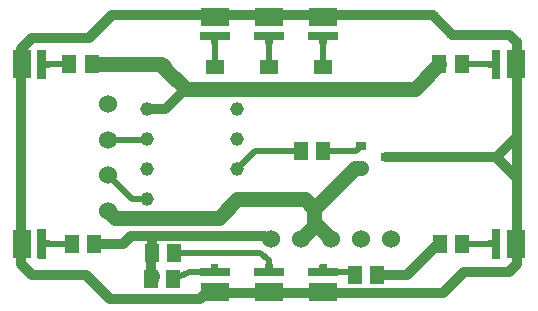
<source format=gtl>
G04 EAGLE Gerber X2 export*
G75*
%MOMM*%
%FSLAX34Y34*%
%LPD*%
%AMOC8*
5,1,8,0,0,1.08239X$1,22.5*%
G01*
%ADD10R,0.900000X0.800000*%
%ADD11R,1.300000X1.500000*%
%ADD12R,1.500000X1.300000*%
%ADD13C,1.158000*%
%ADD14R,2.400000X1.600000*%
%ADD15R,2.184400X1.066800*%
%ADD16R,1.270000X0.635000*%
%ADD17C,1.530000*%
%ADD18R,1.600000X2.400000*%
%ADD19R,1.066800X2.184400*%
%ADD20R,0.635000X1.270000*%
%ADD21C,1.524000*%
%ADD22C,1.270000*%
%ADD23C,0.906400*%
%ADD24C,0.812800*%
%ADD25C,0.508000*%

G36*
X36565Y87377D02*
X36565Y87377D01*
X36631Y87379D01*
X36674Y87397D01*
X36721Y87405D01*
X36778Y87439D01*
X36838Y87464D01*
X36873Y87495D01*
X36914Y87520D01*
X36956Y87571D01*
X37004Y87615D01*
X37026Y87657D01*
X37055Y87694D01*
X37076Y87756D01*
X37107Y87815D01*
X37115Y87869D01*
X37127Y87906D01*
X37126Y87946D01*
X37134Y88000D01*
X37134Y96866D01*
X39500Y96866D01*
X39565Y96877D01*
X39631Y96879D01*
X39674Y96897D01*
X39721Y96905D01*
X39778Y96939D01*
X39838Y96964D01*
X39873Y96995D01*
X39914Y97020D01*
X39956Y97071D01*
X40004Y97115D01*
X40026Y97157D01*
X40055Y97194D01*
X40076Y97256D01*
X40107Y97315D01*
X40115Y97369D01*
X40127Y97406D01*
X40127Y97419D01*
X40127Y97420D01*
X40126Y97448D01*
X40134Y97500D01*
X40134Y102500D01*
X40123Y102565D01*
X40121Y102631D01*
X40103Y102674D01*
X40095Y102721D01*
X40061Y102778D01*
X40036Y102838D01*
X40005Y102873D01*
X39980Y102914D01*
X39929Y102956D01*
X39885Y103004D01*
X39843Y103026D01*
X39806Y103055D01*
X39744Y103076D01*
X39685Y103107D01*
X39631Y103115D01*
X39594Y103127D01*
X39554Y103126D01*
X39500Y103134D01*
X37134Y103134D01*
X37134Y112000D01*
X37123Y112065D01*
X37121Y112131D01*
X37103Y112174D01*
X37095Y112221D01*
X37061Y112278D01*
X37036Y112338D01*
X37005Y112373D01*
X36980Y112414D01*
X36929Y112456D01*
X36885Y112504D01*
X36843Y112526D01*
X36806Y112555D01*
X36744Y112576D01*
X36685Y112607D01*
X36631Y112615D01*
X36594Y112627D01*
X36554Y112626D01*
X36500Y112634D01*
X30500Y112634D01*
X30435Y112623D01*
X30369Y112621D01*
X30326Y112603D01*
X30279Y112595D01*
X30222Y112561D01*
X30162Y112536D01*
X30127Y112505D01*
X30086Y112480D01*
X30045Y112429D01*
X29996Y112385D01*
X29974Y112343D01*
X29945Y112306D01*
X29924Y112244D01*
X29893Y112185D01*
X29885Y112131D01*
X29873Y112094D01*
X29874Y112054D01*
X29866Y112000D01*
X29866Y88000D01*
X29877Y87935D01*
X29879Y87869D01*
X29897Y87826D01*
X29905Y87779D01*
X29939Y87722D01*
X29964Y87662D01*
X29995Y87627D01*
X30020Y87586D01*
X30071Y87545D01*
X30115Y87496D01*
X30157Y87474D01*
X30194Y87445D01*
X30256Y87424D01*
X30315Y87393D01*
X30369Y87385D01*
X30406Y87373D01*
X30446Y87374D01*
X30500Y87366D01*
X36500Y87366D01*
X36565Y87377D01*
G37*
G36*
X36565Y239127D02*
X36565Y239127D01*
X36631Y239129D01*
X36674Y239147D01*
X36721Y239155D01*
X36778Y239189D01*
X36838Y239214D01*
X36873Y239245D01*
X36914Y239270D01*
X36956Y239321D01*
X37004Y239365D01*
X37026Y239407D01*
X37055Y239444D01*
X37076Y239506D01*
X37107Y239565D01*
X37115Y239619D01*
X37127Y239656D01*
X37126Y239696D01*
X37134Y239750D01*
X37134Y248616D01*
X39500Y248616D01*
X39565Y248627D01*
X39631Y248629D01*
X39674Y248647D01*
X39721Y248655D01*
X39778Y248689D01*
X39838Y248714D01*
X39873Y248745D01*
X39914Y248770D01*
X39956Y248821D01*
X40004Y248865D01*
X40026Y248907D01*
X40055Y248944D01*
X40076Y249006D01*
X40107Y249065D01*
X40115Y249119D01*
X40127Y249156D01*
X40127Y249169D01*
X40127Y249170D01*
X40126Y249198D01*
X40134Y249250D01*
X40134Y254250D01*
X40123Y254315D01*
X40121Y254381D01*
X40103Y254424D01*
X40095Y254471D01*
X40061Y254528D01*
X40036Y254588D01*
X40005Y254623D01*
X39980Y254664D01*
X39929Y254706D01*
X39885Y254754D01*
X39843Y254776D01*
X39806Y254805D01*
X39744Y254826D01*
X39685Y254857D01*
X39631Y254865D01*
X39594Y254877D01*
X39554Y254876D01*
X39500Y254884D01*
X37134Y254884D01*
X37134Y263750D01*
X37123Y263815D01*
X37121Y263881D01*
X37103Y263924D01*
X37095Y263971D01*
X37061Y264028D01*
X37036Y264088D01*
X37005Y264123D01*
X36980Y264164D01*
X36929Y264206D01*
X36885Y264254D01*
X36843Y264276D01*
X36806Y264305D01*
X36744Y264326D01*
X36685Y264357D01*
X36631Y264365D01*
X36594Y264377D01*
X36554Y264376D01*
X36500Y264384D01*
X30500Y264384D01*
X30435Y264373D01*
X30369Y264371D01*
X30326Y264353D01*
X30279Y264345D01*
X30222Y264311D01*
X30162Y264286D01*
X30127Y264255D01*
X30086Y264230D01*
X30045Y264179D01*
X29996Y264135D01*
X29974Y264093D01*
X29945Y264056D01*
X29924Y263994D01*
X29893Y263935D01*
X29885Y263881D01*
X29873Y263844D01*
X29874Y263804D01*
X29866Y263750D01*
X29866Y239750D01*
X29877Y239685D01*
X29879Y239619D01*
X29897Y239576D01*
X29905Y239529D01*
X29939Y239472D01*
X29964Y239412D01*
X29995Y239377D01*
X30020Y239336D01*
X30071Y239295D01*
X30115Y239246D01*
X30157Y239224D01*
X30194Y239195D01*
X30256Y239174D01*
X30315Y239143D01*
X30369Y239135D01*
X30406Y239123D01*
X30446Y239124D01*
X30500Y239116D01*
X36500Y239116D01*
X36565Y239127D01*
G37*
G36*
X274315Y269127D02*
X274315Y269127D01*
X274381Y269129D01*
X274424Y269147D01*
X274471Y269155D01*
X274528Y269189D01*
X274588Y269214D01*
X274623Y269245D01*
X274664Y269270D01*
X274706Y269321D01*
X274754Y269365D01*
X274776Y269407D01*
X274805Y269444D01*
X274826Y269506D01*
X274857Y269565D01*
X274865Y269619D01*
X274877Y269656D01*
X274876Y269696D01*
X274884Y269750D01*
X274884Y272116D01*
X283750Y272116D01*
X283815Y272127D01*
X283881Y272129D01*
X283924Y272147D01*
X283971Y272155D01*
X284028Y272189D01*
X284088Y272214D01*
X284123Y272245D01*
X284164Y272270D01*
X284206Y272321D01*
X284254Y272365D01*
X284276Y272407D01*
X284305Y272444D01*
X284326Y272506D01*
X284357Y272565D01*
X284365Y272619D01*
X284377Y272656D01*
X284376Y272696D01*
X284384Y272750D01*
X284384Y278750D01*
X284373Y278815D01*
X284371Y278881D01*
X284353Y278924D01*
X284345Y278971D01*
X284311Y279028D01*
X284286Y279088D01*
X284255Y279123D01*
X284230Y279164D01*
X284179Y279206D01*
X284135Y279254D01*
X284093Y279276D01*
X284056Y279305D01*
X283994Y279326D01*
X283935Y279357D01*
X283881Y279365D01*
X283844Y279377D01*
X283804Y279376D01*
X283750Y279384D01*
X259750Y279384D01*
X259685Y279373D01*
X259619Y279371D01*
X259576Y279353D01*
X259529Y279345D01*
X259472Y279311D01*
X259412Y279286D01*
X259377Y279255D01*
X259336Y279230D01*
X259295Y279179D01*
X259246Y279135D01*
X259224Y279093D01*
X259195Y279056D01*
X259174Y278994D01*
X259143Y278935D01*
X259135Y278881D01*
X259123Y278844D01*
X259124Y278804D01*
X259116Y278750D01*
X259116Y272750D01*
X259127Y272685D01*
X259129Y272619D01*
X259147Y272576D01*
X259155Y272529D01*
X259189Y272472D01*
X259214Y272412D01*
X259245Y272377D01*
X259270Y272336D01*
X259321Y272295D01*
X259365Y272246D01*
X259407Y272224D01*
X259444Y272195D01*
X259506Y272174D01*
X259565Y272143D01*
X259619Y272135D01*
X259656Y272123D01*
X259696Y272124D01*
X259750Y272116D01*
X268616Y272116D01*
X268616Y269750D01*
X268627Y269685D01*
X268629Y269619D01*
X268647Y269576D01*
X268655Y269529D01*
X268689Y269472D01*
X268714Y269412D01*
X268745Y269377D01*
X268770Y269336D01*
X268821Y269295D01*
X268865Y269246D01*
X268907Y269224D01*
X268944Y269195D01*
X269006Y269174D01*
X269065Y269143D01*
X269119Y269135D01*
X269156Y269123D01*
X269196Y269124D01*
X269250Y269116D01*
X274250Y269116D01*
X274315Y269127D01*
G37*
G36*
X228440Y269127D02*
X228440Y269127D01*
X228506Y269129D01*
X228549Y269147D01*
X228596Y269155D01*
X228653Y269189D01*
X228713Y269214D01*
X228748Y269245D01*
X228789Y269270D01*
X228831Y269321D01*
X228879Y269365D01*
X228901Y269407D01*
X228930Y269444D01*
X228951Y269506D01*
X228982Y269565D01*
X228990Y269619D01*
X229002Y269656D01*
X229001Y269696D01*
X229009Y269750D01*
X229009Y272116D01*
X237875Y272116D01*
X237940Y272127D01*
X238006Y272129D01*
X238049Y272147D01*
X238096Y272155D01*
X238153Y272189D01*
X238213Y272214D01*
X238248Y272245D01*
X238289Y272270D01*
X238331Y272321D01*
X238379Y272365D01*
X238401Y272407D01*
X238430Y272444D01*
X238451Y272506D01*
X238482Y272565D01*
X238490Y272619D01*
X238502Y272656D01*
X238501Y272696D01*
X238509Y272750D01*
X238509Y278750D01*
X238498Y278815D01*
X238496Y278881D01*
X238478Y278924D01*
X238470Y278971D01*
X238436Y279028D01*
X238411Y279088D01*
X238380Y279123D01*
X238355Y279164D01*
X238304Y279206D01*
X238260Y279254D01*
X238218Y279276D01*
X238181Y279305D01*
X238119Y279326D01*
X238060Y279357D01*
X238006Y279365D01*
X237969Y279377D01*
X237929Y279376D01*
X237875Y279384D01*
X213875Y279384D01*
X213810Y279373D01*
X213744Y279371D01*
X213701Y279353D01*
X213654Y279345D01*
X213597Y279311D01*
X213537Y279286D01*
X213502Y279255D01*
X213461Y279230D01*
X213420Y279179D01*
X213371Y279135D01*
X213349Y279093D01*
X213320Y279056D01*
X213299Y278994D01*
X213268Y278935D01*
X213260Y278881D01*
X213248Y278844D01*
X213249Y278804D01*
X213241Y278750D01*
X213241Y272750D01*
X213252Y272685D01*
X213254Y272619D01*
X213272Y272576D01*
X213280Y272529D01*
X213314Y272472D01*
X213339Y272412D01*
X213370Y272377D01*
X213395Y272336D01*
X213446Y272295D01*
X213490Y272246D01*
X213532Y272224D01*
X213569Y272195D01*
X213631Y272174D01*
X213690Y272143D01*
X213744Y272135D01*
X213781Y272123D01*
X213821Y272124D01*
X213875Y272116D01*
X222741Y272116D01*
X222741Y269750D01*
X222752Y269685D01*
X222754Y269619D01*
X222772Y269576D01*
X222780Y269529D01*
X222814Y269472D01*
X222839Y269412D01*
X222870Y269377D01*
X222895Y269336D01*
X222946Y269295D01*
X222990Y269246D01*
X223032Y269224D01*
X223069Y269195D01*
X223131Y269174D01*
X223190Y269143D01*
X223244Y269135D01*
X223281Y269123D01*
X223321Y269124D01*
X223375Y269116D01*
X228375Y269116D01*
X228440Y269127D01*
G37*
G36*
X421315Y239127D02*
X421315Y239127D01*
X421381Y239129D01*
X421424Y239147D01*
X421471Y239155D01*
X421528Y239189D01*
X421588Y239214D01*
X421623Y239245D01*
X421664Y239270D01*
X421706Y239321D01*
X421754Y239365D01*
X421776Y239407D01*
X421805Y239444D01*
X421826Y239506D01*
X421857Y239565D01*
X421865Y239619D01*
X421877Y239656D01*
X421876Y239696D01*
X421884Y239750D01*
X421884Y263750D01*
X421873Y263815D01*
X421871Y263881D01*
X421853Y263924D01*
X421845Y263971D01*
X421811Y264028D01*
X421786Y264088D01*
X421755Y264123D01*
X421730Y264164D01*
X421679Y264206D01*
X421635Y264254D01*
X421593Y264276D01*
X421556Y264305D01*
X421494Y264326D01*
X421435Y264357D01*
X421381Y264365D01*
X421344Y264377D01*
X421304Y264376D01*
X421250Y264384D01*
X415250Y264384D01*
X415185Y264373D01*
X415119Y264371D01*
X415076Y264353D01*
X415029Y264345D01*
X414972Y264311D01*
X414912Y264286D01*
X414877Y264255D01*
X414836Y264230D01*
X414795Y264179D01*
X414746Y264135D01*
X414724Y264093D01*
X414695Y264056D01*
X414674Y263994D01*
X414643Y263935D01*
X414635Y263881D01*
X414623Y263844D01*
X414624Y263804D01*
X414616Y263750D01*
X414616Y254884D01*
X412250Y254884D01*
X412185Y254873D01*
X412119Y254871D01*
X412076Y254853D01*
X412029Y254845D01*
X411972Y254811D01*
X411912Y254786D01*
X411877Y254755D01*
X411836Y254730D01*
X411795Y254679D01*
X411746Y254635D01*
X411724Y254593D01*
X411695Y254556D01*
X411674Y254494D01*
X411643Y254435D01*
X411635Y254381D01*
X411623Y254344D01*
X411624Y254304D01*
X411616Y254250D01*
X411616Y249250D01*
X411627Y249185D01*
X411629Y249119D01*
X411647Y249076D01*
X411655Y249029D01*
X411689Y248972D01*
X411714Y248912D01*
X411745Y248877D01*
X411770Y248836D01*
X411821Y248795D01*
X411865Y248746D01*
X411907Y248724D01*
X411944Y248695D01*
X412006Y248674D01*
X412065Y248643D01*
X412119Y248635D01*
X412156Y248623D01*
X412196Y248624D01*
X412250Y248616D01*
X414616Y248616D01*
X414616Y239750D01*
X414627Y239685D01*
X414629Y239619D01*
X414647Y239576D01*
X414655Y239529D01*
X414689Y239472D01*
X414714Y239412D01*
X414745Y239377D01*
X414770Y239336D01*
X414821Y239295D01*
X414865Y239246D01*
X414907Y239224D01*
X414944Y239195D01*
X415006Y239174D01*
X415065Y239143D01*
X415119Y239135D01*
X415156Y239123D01*
X415196Y239124D01*
X415250Y239116D01*
X421250Y239116D01*
X421315Y239127D01*
G37*
G36*
X182565Y269127D02*
X182565Y269127D01*
X182631Y269129D01*
X182674Y269147D01*
X182721Y269155D01*
X182778Y269189D01*
X182838Y269214D01*
X182873Y269245D01*
X182914Y269270D01*
X182956Y269321D01*
X183004Y269365D01*
X183026Y269407D01*
X183055Y269444D01*
X183076Y269506D01*
X183107Y269565D01*
X183115Y269619D01*
X183127Y269656D01*
X183126Y269696D01*
X183134Y269750D01*
X183134Y272116D01*
X192000Y272116D01*
X192065Y272127D01*
X192131Y272129D01*
X192174Y272147D01*
X192221Y272155D01*
X192278Y272189D01*
X192338Y272214D01*
X192373Y272245D01*
X192414Y272270D01*
X192456Y272321D01*
X192504Y272365D01*
X192526Y272407D01*
X192555Y272444D01*
X192576Y272506D01*
X192607Y272565D01*
X192615Y272619D01*
X192627Y272656D01*
X192626Y272696D01*
X192634Y272750D01*
X192634Y278750D01*
X192623Y278815D01*
X192621Y278881D01*
X192603Y278924D01*
X192595Y278971D01*
X192561Y279028D01*
X192536Y279088D01*
X192505Y279123D01*
X192480Y279164D01*
X192429Y279206D01*
X192385Y279254D01*
X192343Y279276D01*
X192306Y279305D01*
X192244Y279326D01*
X192185Y279357D01*
X192131Y279365D01*
X192094Y279377D01*
X192054Y279376D01*
X192000Y279384D01*
X168000Y279384D01*
X167935Y279373D01*
X167869Y279371D01*
X167826Y279353D01*
X167779Y279345D01*
X167722Y279311D01*
X167662Y279286D01*
X167627Y279255D01*
X167586Y279230D01*
X167545Y279179D01*
X167496Y279135D01*
X167474Y279093D01*
X167445Y279056D01*
X167424Y278994D01*
X167393Y278935D01*
X167385Y278881D01*
X167373Y278844D01*
X167374Y278804D01*
X167366Y278750D01*
X167366Y272750D01*
X167377Y272685D01*
X167379Y272619D01*
X167397Y272576D01*
X167405Y272529D01*
X167439Y272472D01*
X167464Y272412D01*
X167495Y272377D01*
X167520Y272336D01*
X167571Y272295D01*
X167615Y272246D01*
X167657Y272224D01*
X167694Y272195D01*
X167756Y272174D01*
X167815Y272143D01*
X167869Y272135D01*
X167906Y272123D01*
X167946Y272124D01*
X168000Y272116D01*
X176866Y272116D01*
X176866Y269750D01*
X176877Y269685D01*
X176879Y269619D01*
X176897Y269576D01*
X176905Y269529D01*
X176939Y269472D01*
X176964Y269412D01*
X176995Y269377D01*
X177020Y269336D01*
X177071Y269295D01*
X177115Y269246D01*
X177157Y269224D01*
X177194Y269195D01*
X177256Y269174D01*
X177315Y269143D01*
X177369Y269135D01*
X177406Y269123D01*
X177446Y269124D01*
X177500Y269116D01*
X182500Y269116D01*
X182565Y269127D01*
G37*
G36*
X421315Y87377D02*
X421315Y87377D01*
X421381Y87379D01*
X421424Y87397D01*
X421471Y87405D01*
X421528Y87439D01*
X421588Y87464D01*
X421623Y87495D01*
X421664Y87520D01*
X421706Y87571D01*
X421754Y87615D01*
X421776Y87657D01*
X421805Y87694D01*
X421826Y87756D01*
X421857Y87815D01*
X421865Y87869D01*
X421877Y87906D01*
X421876Y87946D01*
X421884Y88000D01*
X421884Y112000D01*
X421873Y112065D01*
X421871Y112131D01*
X421853Y112174D01*
X421845Y112221D01*
X421811Y112278D01*
X421786Y112338D01*
X421755Y112373D01*
X421730Y112414D01*
X421679Y112456D01*
X421635Y112504D01*
X421593Y112526D01*
X421556Y112555D01*
X421494Y112576D01*
X421435Y112607D01*
X421381Y112615D01*
X421344Y112627D01*
X421304Y112626D01*
X421250Y112634D01*
X415250Y112634D01*
X415185Y112623D01*
X415119Y112621D01*
X415076Y112603D01*
X415029Y112595D01*
X414972Y112561D01*
X414912Y112536D01*
X414877Y112505D01*
X414836Y112480D01*
X414795Y112429D01*
X414746Y112385D01*
X414724Y112343D01*
X414695Y112306D01*
X414674Y112244D01*
X414643Y112185D01*
X414635Y112131D01*
X414623Y112094D01*
X414624Y112054D01*
X414616Y112000D01*
X414616Y103134D01*
X412250Y103134D01*
X412185Y103123D01*
X412119Y103121D01*
X412076Y103103D01*
X412029Y103095D01*
X411972Y103061D01*
X411912Y103036D01*
X411877Y103005D01*
X411836Y102980D01*
X411795Y102929D01*
X411746Y102885D01*
X411724Y102843D01*
X411695Y102806D01*
X411674Y102744D01*
X411643Y102685D01*
X411635Y102631D01*
X411623Y102594D01*
X411624Y102554D01*
X411616Y102500D01*
X411616Y97500D01*
X411627Y97435D01*
X411629Y97369D01*
X411647Y97326D01*
X411655Y97279D01*
X411689Y97222D01*
X411714Y97162D01*
X411745Y97127D01*
X411770Y97086D01*
X411821Y97045D01*
X411865Y96996D01*
X411907Y96974D01*
X411944Y96945D01*
X412006Y96924D01*
X412065Y96893D01*
X412119Y96885D01*
X412156Y96873D01*
X412196Y96874D01*
X412250Y96866D01*
X414616Y96866D01*
X414616Y88000D01*
X414627Y87935D01*
X414629Y87869D01*
X414647Y87826D01*
X414655Y87779D01*
X414689Y87722D01*
X414714Y87662D01*
X414745Y87627D01*
X414770Y87586D01*
X414821Y87545D01*
X414865Y87496D01*
X414907Y87474D01*
X414944Y87445D01*
X415006Y87424D01*
X415065Y87393D01*
X415119Y87385D01*
X415156Y87373D01*
X415196Y87374D01*
X415250Y87366D01*
X421250Y87366D01*
X421315Y87377D01*
G37*
G36*
X192065Y72377D02*
X192065Y72377D01*
X192131Y72379D01*
X192174Y72397D01*
X192221Y72405D01*
X192278Y72439D01*
X192338Y72464D01*
X192373Y72495D01*
X192414Y72520D01*
X192456Y72571D01*
X192504Y72615D01*
X192526Y72657D01*
X192555Y72694D01*
X192576Y72756D01*
X192607Y72815D01*
X192615Y72869D01*
X192627Y72906D01*
X192626Y72946D01*
X192634Y73000D01*
X192634Y79000D01*
X192623Y79065D01*
X192621Y79131D01*
X192603Y79174D01*
X192595Y79221D01*
X192561Y79278D01*
X192536Y79338D01*
X192505Y79373D01*
X192480Y79414D01*
X192429Y79456D01*
X192385Y79504D01*
X192343Y79526D01*
X192306Y79555D01*
X192244Y79576D01*
X192185Y79607D01*
X192131Y79615D01*
X192094Y79627D01*
X192054Y79626D01*
X192000Y79634D01*
X183134Y79634D01*
X183134Y82000D01*
X183123Y82065D01*
X183121Y82131D01*
X183103Y82174D01*
X183095Y82221D01*
X183061Y82278D01*
X183036Y82338D01*
X183005Y82373D01*
X182980Y82414D01*
X182929Y82456D01*
X182885Y82504D01*
X182843Y82526D01*
X182806Y82555D01*
X182744Y82576D01*
X182685Y82607D01*
X182631Y82615D01*
X182594Y82627D01*
X182554Y82626D01*
X182500Y82634D01*
X177500Y82634D01*
X177435Y82623D01*
X177369Y82621D01*
X177326Y82603D01*
X177279Y82595D01*
X177222Y82561D01*
X177162Y82536D01*
X177127Y82505D01*
X177086Y82480D01*
X177045Y82429D01*
X176996Y82385D01*
X176974Y82343D01*
X176945Y82306D01*
X176924Y82244D01*
X176893Y82185D01*
X176885Y82131D01*
X176873Y82094D01*
X176874Y82054D01*
X176866Y82000D01*
X176866Y79634D01*
X168000Y79634D01*
X167935Y79623D01*
X167869Y79621D01*
X167826Y79603D01*
X167779Y79595D01*
X167722Y79561D01*
X167662Y79536D01*
X167627Y79505D01*
X167586Y79480D01*
X167545Y79429D01*
X167496Y79385D01*
X167474Y79343D01*
X167445Y79306D01*
X167424Y79244D01*
X167393Y79185D01*
X167385Y79131D01*
X167373Y79094D01*
X167374Y79054D01*
X167366Y79000D01*
X167366Y73000D01*
X167377Y72935D01*
X167379Y72869D01*
X167397Y72826D01*
X167405Y72779D01*
X167439Y72722D01*
X167464Y72662D01*
X167495Y72627D01*
X167520Y72586D01*
X167571Y72545D01*
X167615Y72496D01*
X167657Y72474D01*
X167694Y72445D01*
X167756Y72424D01*
X167815Y72393D01*
X167869Y72385D01*
X167906Y72373D01*
X167946Y72374D01*
X168000Y72366D01*
X192000Y72366D01*
X192065Y72377D01*
G37*
G36*
X283815Y72377D02*
X283815Y72377D01*
X283881Y72379D01*
X283924Y72397D01*
X283971Y72405D01*
X284028Y72439D01*
X284088Y72464D01*
X284123Y72495D01*
X284164Y72520D01*
X284206Y72571D01*
X284254Y72615D01*
X284276Y72657D01*
X284305Y72694D01*
X284326Y72756D01*
X284357Y72815D01*
X284365Y72869D01*
X284377Y72906D01*
X284376Y72946D01*
X284384Y73000D01*
X284384Y79000D01*
X284373Y79065D01*
X284371Y79131D01*
X284353Y79174D01*
X284345Y79221D01*
X284311Y79278D01*
X284286Y79338D01*
X284255Y79373D01*
X284230Y79414D01*
X284179Y79456D01*
X284135Y79504D01*
X284093Y79526D01*
X284056Y79555D01*
X283994Y79576D01*
X283935Y79607D01*
X283881Y79615D01*
X283844Y79627D01*
X283804Y79626D01*
X283750Y79634D01*
X274884Y79634D01*
X274884Y82000D01*
X274873Y82065D01*
X274871Y82131D01*
X274853Y82174D01*
X274845Y82221D01*
X274811Y82278D01*
X274786Y82338D01*
X274755Y82373D01*
X274730Y82414D01*
X274679Y82456D01*
X274635Y82504D01*
X274593Y82526D01*
X274556Y82555D01*
X274494Y82576D01*
X274435Y82607D01*
X274381Y82615D01*
X274344Y82627D01*
X274304Y82626D01*
X274250Y82634D01*
X269250Y82634D01*
X269185Y82623D01*
X269119Y82621D01*
X269076Y82603D01*
X269029Y82595D01*
X268972Y82561D01*
X268912Y82536D01*
X268877Y82505D01*
X268836Y82480D01*
X268795Y82429D01*
X268746Y82385D01*
X268724Y82343D01*
X268695Y82306D01*
X268674Y82244D01*
X268643Y82185D01*
X268635Y82131D01*
X268623Y82094D01*
X268624Y82054D01*
X268616Y82000D01*
X268616Y79634D01*
X259750Y79634D01*
X259685Y79623D01*
X259619Y79621D01*
X259576Y79603D01*
X259529Y79595D01*
X259472Y79561D01*
X259412Y79536D01*
X259377Y79505D01*
X259336Y79480D01*
X259295Y79429D01*
X259246Y79385D01*
X259224Y79343D01*
X259195Y79306D01*
X259174Y79244D01*
X259143Y79185D01*
X259135Y79131D01*
X259123Y79094D01*
X259124Y79054D01*
X259116Y79000D01*
X259116Y73000D01*
X259127Y72935D01*
X259129Y72869D01*
X259147Y72826D01*
X259155Y72779D01*
X259189Y72722D01*
X259214Y72662D01*
X259245Y72627D01*
X259270Y72586D01*
X259321Y72545D01*
X259365Y72496D01*
X259407Y72474D01*
X259444Y72445D01*
X259506Y72424D01*
X259565Y72393D01*
X259619Y72385D01*
X259656Y72373D01*
X259696Y72374D01*
X259750Y72366D01*
X283750Y72366D01*
X283815Y72377D01*
G37*
G36*
X237940Y72377D02*
X237940Y72377D01*
X238006Y72379D01*
X238049Y72397D01*
X238096Y72405D01*
X238153Y72439D01*
X238213Y72464D01*
X238248Y72495D01*
X238289Y72520D01*
X238331Y72571D01*
X238379Y72615D01*
X238401Y72657D01*
X238430Y72694D01*
X238451Y72756D01*
X238482Y72815D01*
X238490Y72869D01*
X238502Y72906D01*
X238501Y72946D01*
X238509Y73000D01*
X238509Y79000D01*
X238498Y79065D01*
X238496Y79131D01*
X238478Y79174D01*
X238470Y79221D01*
X238436Y79278D01*
X238411Y79338D01*
X238380Y79373D01*
X238355Y79414D01*
X238304Y79456D01*
X238260Y79504D01*
X238218Y79526D01*
X238181Y79555D01*
X238119Y79576D01*
X238060Y79607D01*
X238006Y79615D01*
X237969Y79627D01*
X237929Y79626D01*
X237875Y79634D01*
X229009Y79634D01*
X229009Y82000D01*
X228998Y82065D01*
X228996Y82131D01*
X228978Y82174D01*
X228970Y82221D01*
X228936Y82278D01*
X228911Y82338D01*
X228880Y82373D01*
X228855Y82414D01*
X228804Y82456D01*
X228760Y82504D01*
X228718Y82526D01*
X228681Y82555D01*
X228619Y82576D01*
X228560Y82607D01*
X228506Y82615D01*
X228469Y82627D01*
X228429Y82626D01*
X228375Y82634D01*
X223375Y82634D01*
X223310Y82623D01*
X223244Y82621D01*
X223201Y82603D01*
X223154Y82595D01*
X223097Y82561D01*
X223037Y82536D01*
X223002Y82505D01*
X222961Y82480D01*
X222920Y82429D01*
X222871Y82385D01*
X222849Y82343D01*
X222820Y82306D01*
X222799Y82244D01*
X222768Y82185D01*
X222760Y82131D01*
X222748Y82094D01*
X222749Y82054D01*
X222741Y82000D01*
X222741Y79634D01*
X213875Y79634D01*
X213810Y79623D01*
X213744Y79621D01*
X213701Y79603D01*
X213654Y79595D01*
X213597Y79561D01*
X213537Y79536D01*
X213502Y79505D01*
X213461Y79480D01*
X213420Y79429D01*
X213371Y79385D01*
X213349Y79343D01*
X213320Y79306D01*
X213299Y79244D01*
X213268Y79185D01*
X213260Y79131D01*
X213248Y79094D01*
X213249Y79054D01*
X213241Y79000D01*
X213241Y73000D01*
X213252Y72935D01*
X213254Y72869D01*
X213272Y72826D01*
X213280Y72779D01*
X213314Y72722D01*
X213339Y72662D01*
X213370Y72627D01*
X213395Y72586D01*
X213446Y72545D01*
X213490Y72496D01*
X213532Y72474D01*
X213569Y72445D01*
X213631Y72424D01*
X213690Y72393D01*
X213744Y72385D01*
X213781Y72373D01*
X213821Y72374D01*
X213875Y72366D01*
X237875Y72366D01*
X237940Y72377D01*
G37*
D10*
X303700Y182700D03*
X303700Y163700D03*
X324700Y173200D03*
D11*
X144900Y69760D03*
X125900Y69760D03*
X56900Y251750D03*
X75900Y251750D03*
X271600Y178300D03*
X252600Y178300D03*
X389700Y100000D03*
X370700Y100000D03*
X298500Y73700D03*
X317500Y73700D03*
X145480Y91720D03*
X126480Y91720D03*
D12*
X180000Y249840D03*
X180000Y230840D03*
X225875Y249840D03*
X225875Y230840D03*
X271750Y249840D03*
X271750Y230840D03*
D11*
X58900Y100000D03*
X77900Y100000D03*
X389100Y251750D03*
X370100Y251750D03*
D13*
X198900Y213700D03*
X198900Y188300D03*
X198900Y162900D03*
X198900Y137500D03*
X122700Y137500D03*
X122700Y162900D03*
X122700Y188300D03*
X122700Y213700D03*
D14*
X225875Y59500D03*
D15*
X225875Y58500D03*
D16*
X225875Y76000D03*
D14*
X271750Y292250D03*
D15*
X271750Y293250D03*
D16*
X271750Y275750D03*
D17*
X89700Y218000D03*
X89700Y188000D03*
X89700Y158000D03*
X89700Y128000D03*
D14*
X225875Y292250D03*
D15*
X225875Y293250D03*
D16*
X225875Y275750D03*
D14*
X180000Y292250D03*
D15*
X180000Y293250D03*
D16*
X180000Y275750D03*
D18*
X434750Y251750D03*
D19*
X435750Y251750D03*
D20*
X418250Y251750D03*
D18*
X17000Y100000D03*
D19*
X16000Y100000D03*
D20*
X33500Y100000D03*
D18*
X17000Y251750D03*
D19*
X16000Y251750D03*
D20*
X33500Y251750D03*
D18*
X434750Y100000D03*
D19*
X435750Y100000D03*
D20*
X418250Y100000D03*
D14*
X271750Y59500D03*
D15*
X271750Y58500D03*
D16*
X271750Y76000D03*
D14*
X180000Y59500D03*
D15*
X180000Y58500D03*
D16*
X180000Y76000D03*
D21*
X227550Y103700D03*
X252950Y103700D03*
X278350Y103700D03*
X303750Y103700D03*
X329150Y103700D03*
D22*
X95780Y121920D02*
X89700Y128000D01*
X183320Y121920D02*
X198900Y137500D01*
X183320Y121920D02*
X95780Y121920D01*
X252950Y103700D02*
X264160Y114910D01*
X264160Y129540D01*
X298320Y163700D01*
X303700Y163700D01*
X267140Y114910D02*
X278350Y103700D01*
X267140Y114910D02*
X264160Y114910D01*
X256200Y137500D02*
X198900Y137500D01*
X256200Y137500D02*
X264160Y129540D01*
X126480Y72880D02*
X125900Y69760D01*
D23*
X248920Y231140D03*
D22*
X271450Y231140D01*
X271750Y230840D01*
X248920Y231140D02*
X226175Y231140D01*
X225875Y230840D02*
X180000Y230840D01*
X225875Y230840D02*
X226175Y231140D01*
X271750Y230840D02*
X272050Y231140D01*
X349490Y231140D02*
X370100Y251750D01*
X349490Y231140D02*
X272050Y231140D01*
X180000Y230840D02*
X155240Y230840D01*
X137160Y248920D01*
X137158Y249023D01*
X137152Y249127D01*
X137143Y249230D01*
X137130Y249332D01*
X137113Y249434D01*
X137092Y249535D01*
X137068Y249636D01*
X137040Y249735D01*
X137008Y249834D01*
X136973Y249931D01*
X136935Y250027D01*
X136892Y250121D01*
X136847Y250214D01*
X136798Y250305D01*
X136746Y250394D01*
X136690Y250482D01*
X136632Y250567D01*
X136570Y250650D01*
X136505Y250730D01*
X136438Y250809D01*
X136367Y250884D01*
X136294Y250957D01*
X136219Y251028D01*
X136140Y251095D01*
X136060Y251160D01*
X135977Y251222D01*
X135892Y251280D01*
X135804Y251336D01*
X135715Y251388D01*
X135624Y251437D01*
X135531Y251482D01*
X135437Y251525D01*
X135341Y251563D01*
X135244Y251598D01*
X135145Y251630D01*
X135046Y251658D01*
X134945Y251682D01*
X134844Y251703D01*
X134742Y251720D01*
X134640Y251733D01*
X134537Y251742D01*
X134433Y251748D01*
X134330Y251750D01*
X75900Y251750D01*
D24*
X122700Y213700D02*
X138100Y213700D01*
X155240Y230840D01*
D23*
X347980Y78740D03*
D24*
X369240Y100000D01*
X370700Y100000D01*
X347980Y78740D02*
X342940Y73700D01*
X317500Y73700D01*
X227550Y103700D02*
X222030Y106680D01*
X109220Y106680D02*
X102540Y100000D01*
X77900Y100000D01*
X127000Y106680D02*
X222030Y106680D01*
X127000Y106680D02*
X109220Y106680D01*
X126480Y106160D02*
X127000Y106680D01*
X125900Y93680D02*
X125900Y69760D01*
X126480Y91720D02*
X125900Y93680D01*
X126480Y91720D02*
X126480Y106160D01*
D25*
X110200Y137500D02*
X89700Y158000D01*
X110200Y137500D02*
X122700Y137500D01*
X122400Y188000D02*
X89700Y188000D01*
X122400Y188000D02*
X122700Y188300D01*
X296200Y76000D02*
X298500Y73700D01*
X296200Y76000D02*
X271750Y76000D01*
X389700Y100000D02*
X418250Y100000D01*
X158760Y76000D02*
X144900Y69760D01*
X158760Y76000D02*
X180000Y76000D01*
X225875Y249840D02*
X225875Y275750D01*
X180000Y275750D02*
X180000Y249840D01*
X145480Y91720D02*
X218160Y91720D01*
X226060Y86360D01*
X225875Y86175D01*
X225875Y76000D01*
X389100Y251750D02*
X418250Y251750D01*
X58900Y100000D02*
X33500Y100000D01*
X271750Y249840D02*
X271750Y275750D01*
X56900Y251750D02*
X33500Y251750D01*
X271600Y178300D02*
X299300Y178300D01*
X303700Y182700D01*
X214300Y178300D02*
X198900Y162900D01*
X214300Y178300D02*
X252600Y178300D01*
D24*
X16000Y251750D02*
X16000Y100000D01*
X16000Y251750D02*
X16000Y264920D01*
X25400Y274320D01*
X73660Y274320D01*
X92590Y293250D02*
X180000Y293250D01*
X92590Y293250D02*
X73660Y274320D01*
X180000Y293250D02*
X225875Y293250D01*
X271750Y293250D01*
X364610Y293250D01*
X381000Y276860D01*
X435750Y270370D02*
X435750Y251750D01*
X435750Y270370D02*
X429260Y276860D01*
X381000Y276860D01*
X435750Y155900D02*
X435750Y100000D01*
X435750Y155900D02*
X435750Y190500D01*
X435750Y251750D01*
X418450Y173200D02*
X324700Y173200D01*
X418450Y173200D02*
X435750Y190500D01*
X418450Y173200D02*
X435750Y155900D01*
X373460Y58500D02*
X271750Y58500D01*
X373460Y58500D02*
X391160Y76200D01*
X435750Y82690D02*
X435750Y100000D01*
X435750Y82690D02*
X429260Y76200D01*
X391160Y76200D01*
X271750Y58500D02*
X225875Y58500D01*
X180000Y58500D01*
X172800Y58500D01*
X167640Y53340D01*
X91440Y53340D01*
X71120Y73660D01*
X16000Y83060D02*
X16000Y100000D01*
X16000Y83060D02*
X25400Y73660D01*
X71120Y73660D01*
M02*

</source>
